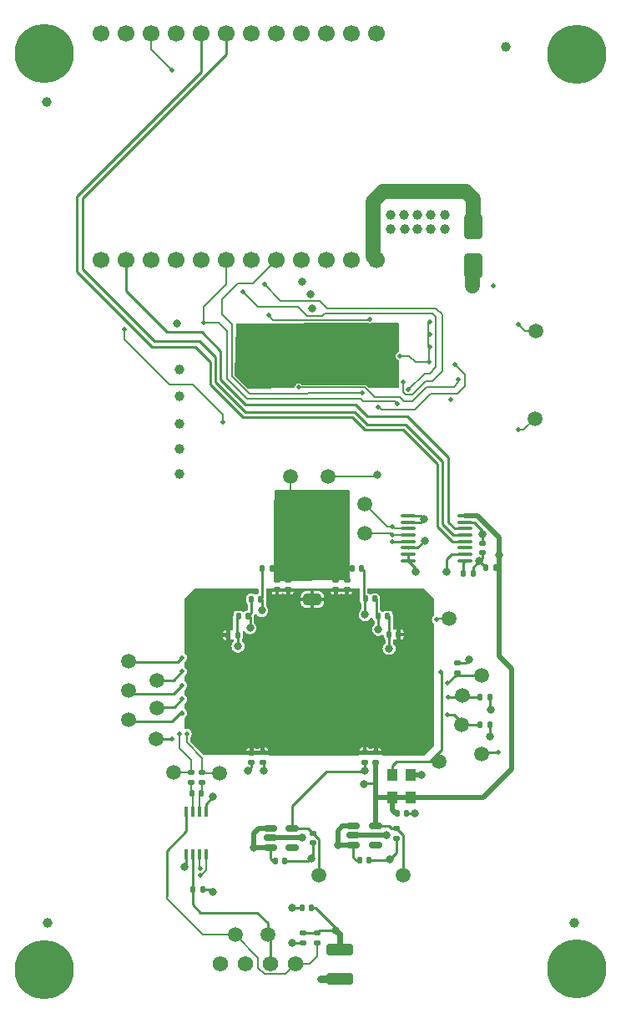
<source format=gtl>
G04 #@! TF.GenerationSoftware,KiCad,Pcbnew,8.0.4*
G04 #@! TF.CreationDate,2024-12-28T01:26:09+01:00*
G04 #@! TF.ProjectId,nerdaxe-gamma,6e657264-6178-4652-9d67-616d6d612e6b,rev?*
G04 #@! TF.SameCoordinates,Original*
G04 #@! TF.FileFunction,Copper,L1,Top*
G04 #@! TF.FilePolarity,Positive*
%FSLAX46Y46*%
G04 Gerber Fmt 4.6, Leading zero omitted, Abs format (unit mm)*
G04 Created by KiCad (PCBNEW 8.0.4) date 2024-12-28 01:26:09*
%MOMM*%
%LPD*%
G01*
G04 APERTURE LIST*
G04 Aperture macros list*
%AMRoundRect*
0 Rectangle with rounded corners*
0 $1 Rounding radius*
0 $2 $3 $4 $5 $6 $7 $8 $9 X,Y pos of 4 corners*
0 Add a 4 corners polygon primitive as box body*
4,1,4,$2,$3,$4,$5,$6,$7,$8,$9,$2,$3,0*
0 Add four circle primitives for the rounded corners*
1,1,$1+$1,$2,$3*
1,1,$1+$1,$4,$5*
1,1,$1+$1,$6,$7*
1,1,$1+$1,$8,$9*
0 Add four rect primitives between the rounded corners*
20,1,$1+$1,$2,$3,$4,$5,0*
20,1,$1+$1,$4,$5,$6,$7,0*
20,1,$1+$1,$6,$7,$8,$9,0*
20,1,$1+$1,$8,$9,$2,$3,0*%
G04 Aperture macros list end*
G04 #@! TA.AperFunction,SMDPad,CuDef*
%ADD10RoundRect,0.250000X-0.650000X1.000000X-0.650000X-1.000000X0.650000X-1.000000X0.650000X1.000000X0*%
G04 #@! TD*
G04 #@! TA.AperFunction,SMDPad,CuDef*
%ADD11C,1.500000*%
G04 #@! TD*
G04 #@! TA.AperFunction,SMDPad,CuDef*
%ADD12RoundRect,0.135000X0.135000X0.185000X-0.135000X0.185000X-0.135000X-0.185000X0.135000X-0.185000X0*%
G04 #@! TD*
G04 #@! TA.AperFunction,SMDPad,CuDef*
%ADD13RoundRect,0.250000X-1.100000X0.325000X-1.100000X-0.325000X1.100000X-0.325000X1.100000X0.325000X0*%
G04 #@! TD*
G04 #@! TA.AperFunction,SMDPad,CuDef*
%ADD14C,1.000000*%
G04 #@! TD*
G04 #@! TA.AperFunction,SMDPad,CuDef*
%ADD15RoundRect,0.140000X0.140000X0.170000X-0.140000X0.170000X-0.140000X-0.170000X0.140000X-0.170000X0*%
G04 #@! TD*
G04 #@! TA.AperFunction,SMDPad,CuDef*
%ADD16RoundRect,0.140000X0.170000X-0.140000X0.170000X0.140000X-0.170000X0.140000X-0.170000X-0.140000X0*%
G04 #@! TD*
G04 #@! TA.AperFunction,SMDPad,CuDef*
%ADD17RoundRect,0.140000X-0.170000X0.140000X-0.170000X-0.140000X0.170000X-0.140000X0.170000X0.140000X0*%
G04 #@! TD*
G04 #@! TA.AperFunction,SMDPad,CuDef*
%ADD18RoundRect,0.135000X-0.185000X0.135000X-0.185000X-0.135000X0.185000X-0.135000X0.185000X0.135000X0*%
G04 #@! TD*
G04 #@! TA.AperFunction,SMDPad,CuDef*
%ADD19RoundRect,0.150000X-0.512500X-0.150000X0.512500X-0.150000X0.512500X0.150000X-0.512500X0.150000X0*%
G04 #@! TD*
G04 #@! TA.AperFunction,SMDPad,CuDef*
%ADD20R,1.100000X1.300000*%
G04 #@! TD*
G04 #@! TA.AperFunction,SMDPad,CuDef*
%ADD21RoundRect,0.140000X-0.140000X-0.170000X0.140000X-0.170000X0.140000X0.170000X-0.140000X0.170000X0*%
G04 #@! TD*
G04 #@! TA.AperFunction,ComponentPad*
%ADD22C,0.800000*%
G04 #@! TD*
G04 #@! TA.AperFunction,ComponentPad*
%ADD23C,6.000000*%
G04 #@! TD*
G04 #@! TA.AperFunction,SMDPad,CuDef*
%ADD24RoundRect,0.250000X-0.650000X0.325000X-0.650000X-0.325000X0.650000X-0.325000X0.650000X0.325000X0*%
G04 #@! TD*
G04 #@! TA.AperFunction,SMDPad,CuDef*
%ADD25RoundRect,0.135000X0.185000X-0.135000X0.185000X0.135000X-0.185000X0.135000X-0.185000X-0.135000X0*%
G04 #@! TD*
G04 #@! TA.AperFunction,SMDPad,CuDef*
%ADD26R,0.400000X1.100000*%
G04 #@! TD*
G04 #@! TA.AperFunction,SMDPad,CuDef*
%ADD27RoundRect,0.100000X-0.637500X-0.100000X0.637500X-0.100000X0.637500X0.100000X-0.637500X0.100000X0*%
G04 #@! TD*
G04 #@! TA.AperFunction,SMDPad,CuDef*
%ADD28RoundRect,0.135000X-0.135000X-0.185000X0.135000X-0.185000X0.135000X0.185000X-0.135000X0.185000X0*%
G04 #@! TD*
G04 #@! TA.AperFunction,ComponentPad*
%ADD29C,1.574800*%
G04 #@! TD*
G04 #@! TA.AperFunction,ComponentPad*
%ADD30C,1.700000*%
G04 #@! TD*
G04 #@! TA.AperFunction,ComponentPad*
%ADD31C,0.400000*%
G04 #@! TD*
G04 #@! TA.AperFunction,ViaPad*
%ADD32C,0.500000*%
G04 #@! TD*
G04 #@! TA.AperFunction,ViaPad*
%ADD33C,0.800000*%
G04 #@! TD*
G04 #@! TA.AperFunction,ViaPad*
%ADD34C,1.000000*%
G04 #@! TD*
G04 #@! TA.AperFunction,Conductor*
%ADD35C,1.500000*%
G04 #@! TD*
G04 #@! TA.AperFunction,Conductor*
%ADD36C,0.200000*%
G04 #@! TD*
G04 #@! TA.AperFunction,Conductor*
%ADD37C,0.254000*%
G04 #@! TD*
G04 #@! TA.AperFunction,Conductor*
%ADD38C,0.508000*%
G04 #@! TD*
G04 #@! TA.AperFunction,Conductor*
%ADD39C,0.800000*%
G04 #@! TD*
G04 #@! TA.AperFunction,Conductor*
%ADD40C,0.600000*%
G04 #@! TD*
G04 APERTURE END LIST*
D10*
X122047000Y-68517000D03*
X122047000Y-72517000D03*
D11*
X128397000Y-79121000D03*
D12*
X122010000Y-103710000D03*
X120990000Y-103710000D03*
D13*
X108458000Y-141781000D03*
X108458000Y-144731000D03*
D11*
X114860000Y-134280000D03*
D14*
X125270000Y-50310000D03*
X132260000Y-139060000D03*
X78850000Y-139070000D03*
D15*
X101570000Y-103154000D03*
X100610000Y-103154000D03*
D11*
X122860000Y-121970000D03*
X120820000Y-119010000D03*
D16*
X100655438Y-122810000D03*
X100655438Y-121850000D03*
D17*
X108072400Y-104360000D03*
X108072400Y-105320000D03*
D18*
X94520000Y-123850000D03*
X94520000Y-124870000D03*
D15*
X99161000Y-108024000D03*
X98201000Y-108024000D03*
D17*
X102110000Y-104360000D03*
X102110000Y-105320000D03*
D19*
X101392500Y-129520000D03*
X101392500Y-130470000D03*
X101392500Y-131420000D03*
X103667500Y-131420000D03*
X103667500Y-129520000D03*
D11*
X110990000Y-96640000D03*
X101144000Y-140268000D03*
X96280000Y-123890000D03*
X97834000Y-140298000D03*
X87080000Y-118492000D03*
X103505000Y-93853000D03*
X128270000Y-88011000D03*
D16*
X99525438Y-122820000D03*
X99525438Y-121860000D03*
X112140000Y-122790000D03*
X112140000Y-121830000D03*
D20*
X115680000Y-126370000D03*
X115680000Y-124070000D03*
X113780000Y-124070000D03*
X113780000Y-126370000D03*
D21*
X101940000Y-132840000D03*
X102900000Y-132840000D03*
D22*
X130250000Y-51120990D03*
X130909010Y-49530000D03*
X130909010Y-52711980D03*
X132500000Y-48870990D03*
D23*
X132500000Y-51120990D03*
D22*
X132500000Y-53370990D03*
X134090990Y-49530000D03*
X134090990Y-52711980D03*
X134750000Y-51120990D03*
D11*
X107315000Y-93853000D03*
D15*
X115270000Y-128010000D03*
X114310000Y-128010000D03*
D14*
X78750000Y-55900000D03*
D11*
X110990000Y-99610000D03*
D12*
X123720000Y-118980000D03*
X122700000Y-118980000D03*
D11*
X91650000Y-123880000D03*
D24*
X105670000Y-103375000D03*
X105670000Y-106325000D03*
D11*
X119550000Y-108280000D03*
X118520000Y-122760000D03*
D25*
X106174000Y-141148000D03*
X106174000Y-140128000D03*
D26*
X94870000Y-127840000D03*
X94220000Y-127840000D03*
X93570000Y-127840000D03*
X92920000Y-127840000D03*
X92920000Y-132140000D03*
X93570000Y-132140000D03*
X94220000Y-132140000D03*
X94870000Y-132140000D03*
D11*
X87080000Y-112616000D03*
D19*
X109843500Y-129279000D03*
X109843500Y-130229000D03*
X109843500Y-131179000D03*
X112118500Y-131179000D03*
X112118500Y-129279000D03*
D22*
X130250000Y-143728000D03*
X130909010Y-142137010D03*
X130909010Y-145318990D03*
X132500000Y-141478000D03*
D23*
X132500000Y-143728000D03*
D22*
X132500000Y-145978000D03*
X134090990Y-142137010D03*
X134090990Y-145318990D03*
X134750000Y-143728000D03*
D17*
X122930000Y-100640000D03*
X122930000Y-101600000D03*
X103240000Y-104360000D03*
X103240000Y-105320000D03*
D18*
X120380000Y-112750000D03*
X120380000Y-113770000D03*
D11*
X122860000Y-113980000D03*
X89860000Y-120480000D03*
D22*
X76250000Y-143855000D03*
X76909010Y-142264010D03*
X76909010Y-145445990D03*
X78500000Y-141605000D03*
D23*
X78500000Y-143855000D03*
D22*
X78500000Y-146105000D03*
X80090990Y-142264010D03*
X80090990Y-145445990D03*
X80750000Y-143855000D03*
D17*
X104734000Y-140138000D03*
X104734000Y-141098000D03*
D15*
X98090000Y-109925000D03*
X97130000Y-109925000D03*
X114410000Y-109860000D03*
X113450000Y-109860000D03*
D27*
X115427500Y-97855000D03*
X115427500Y-98505000D03*
X115427500Y-99155000D03*
X115427500Y-99805000D03*
X115427500Y-100455000D03*
X115427500Y-101105000D03*
X115427500Y-101755000D03*
X115427500Y-102405000D03*
X121152500Y-102405000D03*
X121152500Y-101755000D03*
X121152500Y-101105000D03*
X121152500Y-100455000D03*
X121152500Y-99805000D03*
X121152500Y-99155000D03*
X121152500Y-98505000D03*
X121152500Y-97855000D03*
D28*
X93560000Y-135710000D03*
X94580000Y-135710000D03*
D15*
X112010000Y-106266000D03*
X111050000Y-106266000D03*
D25*
X93380000Y-124870000D03*
X93380000Y-123850000D03*
D21*
X110481000Y-132739000D03*
X111441000Y-132739000D03*
D15*
X124270000Y-103110000D03*
X123310000Y-103110000D03*
D16*
X111000000Y-122790000D03*
X111000000Y-121830000D03*
D22*
X76250000Y-51054000D03*
X76909010Y-49463010D03*
X76909010Y-52644990D03*
X78500000Y-48804000D03*
D23*
X78500000Y-51054000D03*
D22*
X78500000Y-53304000D03*
X80090990Y-49463010D03*
X80090990Y-52644990D03*
X80750000Y-51054000D03*
D17*
X109190000Y-104360000D03*
X109190000Y-105320000D03*
D12*
X123720000Y-116220000D03*
X122700000Y-116220000D03*
D15*
X110695000Y-103146000D03*
X109735000Y-103146000D03*
D11*
X106360000Y-134230000D03*
X120900000Y-116060000D03*
X89890000Y-114520000D03*
D15*
X94440000Y-125940000D03*
X93480000Y-125940000D03*
X113310000Y-108026000D03*
X112350000Y-108026000D03*
X105574000Y-137528000D03*
X104614000Y-137528000D03*
D11*
X87080000Y-115554000D03*
X89890000Y-117310000D03*
D17*
X114240000Y-129540000D03*
X114240000Y-130500000D03*
D15*
X100441000Y-106284000D03*
X99481000Y-106284000D03*
D17*
X105750000Y-129990000D03*
X105750000Y-130950000D03*
D29*
X96382400Y-143240851D03*
X98922400Y-143240851D03*
X101462400Y-143240851D03*
X104002400Y-143240851D03*
D30*
X84250000Y-71942000D03*
X86790000Y-71942000D03*
X89330000Y-71942000D03*
X91870000Y-71942000D03*
X94410000Y-71942000D03*
X96950000Y-71942000D03*
X99490000Y-71942000D03*
X102030000Y-71942000D03*
X104570000Y-71942000D03*
X107110000Y-71942000D03*
X109650000Y-71942000D03*
X112190000Y-71942000D03*
X112190000Y-49022000D03*
X109650000Y-49022000D03*
X107110000Y-49022000D03*
X104570000Y-49022000D03*
X102030000Y-49022000D03*
X99490000Y-49022000D03*
X96950000Y-49022000D03*
X94410000Y-49022000D03*
X91870000Y-49022000D03*
X89330000Y-49022000D03*
X86790000Y-49022000D03*
X84250000Y-49022000D03*
D31*
X109090000Y-82697000D03*
X110490000Y-82697000D03*
X111890000Y-82697000D03*
X108090000Y-81417000D03*
X109090000Y-81417000D03*
X110490000Y-81417000D03*
X111890000Y-81417000D03*
X112890000Y-81417000D03*
X109090000Y-80137000D03*
X110490000Y-80137000D03*
X111890000Y-80137000D03*
D32*
X121920000Y-74549000D03*
D33*
X105610000Y-116830000D03*
X112180000Y-119260000D03*
X113580000Y-132650000D03*
X98050000Y-114260000D03*
X104490000Y-118700000D03*
D34*
X119126000Y-68802000D03*
D33*
X112180000Y-120800000D03*
D32*
X119761000Y-86106000D03*
D33*
X106740000Y-119930000D03*
D34*
X113665000Y-68802000D03*
D33*
X106740000Y-118720000D03*
X104640000Y-130470000D03*
X105540000Y-132550000D03*
D34*
X115005332Y-67405000D03*
D33*
X116770000Y-124080000D03*
X106740000Y-117780000D03*
X104490000Y-117760000D03*
X105630000Y-118700000D03*
D34*
X92202000Y-88519000D03*
D33*
X115260000Y-109040000D03*
X123750000Y-117530000D03*
D34*
X92202000Y-93599000D03*
D33*
X106740000Y-116860000D03*
X105620000Y-82057000D03*
X103604000Y-137538000D03*
X116050000Y-128010000D03*
D34*
X92202000Y-91059000D03*
D33*
X104490000Y-119910000D03*
D34*
X117729000Y-68802000D03*
D33*
X112980000Y-114270000D03*
X105537000Y-75438000D03*
X112280000Y-93737000D03*
X117090000Y-100360000D03*
D34*
X117729000Y-67405000D03*
D33*
X121580000Y-112400000D03*
D34*
X92210000Y-83058000D03*
X113665000Y-67405000D03*
D33*
X122640000Y-102460000D03*
X103604000Y-141088000D03*
X113180000Y-130220000D03*
X119280000Y-103505000D03*
X99370000Y-119240000D03*
D34*
X116372000Y-68805000D03*
X119126000Y-67405000D03*
D33*
X123710000Y-120230000D03*
X96600000Y-108920000D03*
X104490000Y-115746000D03*
X105664000Y-76835000D03*
X103580000Y-80447000D03*
X105610000Y-80457000D03*
X104648000Y-74168000D03*
X98440000Y-121490000D03*
X92680000Y-133370000D03*
D32*
X126619000Y-89154000D03*
X106426000Y-144780000D03*
D33*
X104490000Y-116840000D03*
X99510000Y-80427000D03*
D34*
X115045332Y-68805000D03*
X92202000Y-85725000D03*
D33*
X106740000Y-115766000D03*
X116990000Y-98200000D03*
D34*
X116332000Y-67405000D03*
D33*
X101500000Y-80427000D03*
X105610000Y-78747000D03*
X107569000Y-99060000D03*
X102489000Y-97790000D03*
X105029000Y-101600000D03*
X102489000Y-100330000D03*
D32*
X120523000Y-84074000D03*
X96635000Y-88380000D03*
D33*
X108839000Y-101600000D03*
X106299000Y-100330000D03*
X106299000Y-99060000D03*
X103759000Y-97790000D03*
D32*
X86614000Y-78994000D03*
D33*
X103759000Y-100330000D03*
D32*
X104290000Y-84847000D03*
D33*
X102489000Y-101600000D03*
X103759000Y-102870000D03*
X105029000Y-100330000D03*
X108839000Y-100330000D03*
X102489000Y-99060000D03*
X107569000Y-101600000D03*
X106299000Y-101600000D03*
X107569000Y-102870000D03*
X108839000Y-99060000D03*
X107569000Y-100330000D03*
X105029000Y-97790000D03*
X108839000Y-97790000D03*
X107569000Y-97790000D03*
X103759000Y-101600000D03*
X108839000Y-102870000D03*
X105029000Y-99060000D03*
X102489000Y-102870000D03*
X103759000Y-99060000D03*
X106299000Y-97790000D03*
D32*
X126619000Y-78486000D03*
X124079000Y-74549000D03*
D33*
X108290000Y-131179000D03*
X99710000Y-131420000D03*
X108077000Y-139836400D03*
X91910000Y-78347000D03*
X95550000Y-135970000D03*
X122930000Y-99700000D03*
X95560000Y-126330000D03*
D32*
X94317599Y-134229617D03*
X115443000Y-85090000D03*
X91440000Y-52705000D03*
X98679000Y-75184000D03*
X120142000Y-82550000D03*
X112380000Y-86807000D03*
X111500000Y-77937000D03*
X101250000Y-77567000D03*
X114300000Y-86487000D03*
X94660000Y-78317000D03*
X114935000Y-84328000D03*
X94340000Y-133580000D03*
X100838000Y-74422000D03*
D33*
X100770000Y-123700000D03*
X99180000Y-123710000D03*
D32*
X119430000Y-116250000D03*
X119420000Y-118020000D03*
X124540000Y-121820000D03*
X92180000Y-119960000D03*
X92940000Y-119930000D03*
X117483000Y-82296000D03*
X117602000Y-80772000D03*
X117602000Y-78232000D03*
X114515000Y-81667000D03*
X117602000Y-79502000D03*
X110740000Y-85377000D03*
D33*
X113470000Y-111290000D03*
X110950000Y-124990000D03*
X124600000Y-101830000D03*
X116205000Y-103505000D03*
X110970000Y-123700000D03*
X112390000Y-109350000D03*
X111030000Y-107870000D03*
X100553800Y-107457400D03*
X99360000Y-109210000D03*
X98140000Y-111060000D03*
D32*
X119420000Y-114790000D03*
X113800000Y-98950000D03*
X113770000Y-99770000D03*
X113830000Y-100500000D03*
X118320000Y-108370000D03*
X118740000Y-113660000D03*
X92480000Y-112210000D03*
X92480000Y-113611428D03*
X92480000Y-115012856D03*
X92480000Y-116414284D03*
X92480000Y-117815712D03*
X91400000Y-120430000D03*
D35*
X121920000Y-72644000D02*
X122047000Y-72517000D01*
X121920000Y-74549000D02*
X121920000Y-72644000D01*
X111887000Y-71639000D02*
X112190000Y-71942000D01*
X111887000Y-66040000D02*
X111887000Y-71639000D01*
X122047000Y-65786000D02*
X121285000Y-65024000D01*
X112903000Y-65024000D02*
X111887000Y-66040000D01*
X122047000Y-68517000D02*
X122047000Y-65786000D01*
X121285000Y-65024000D02*
X112903000Y-65024000D01*
D36*
X128270000Y-88011000D02*
X127127000Y-89154000D01*
X127127000Y-89154000D02*
X126619000Y-89154000D01*
D37*
X104734000Y-141098000D02*
X103614000Y-141098000D01*
X123310000Y-103110000D02*
X123290000Y-103110000D01*
X123720000Y-116220000D02*
X123720000Y-117500000D01*
D38*
X115690000Y-124080000D02*
X115680000Y-124070000D01*
D36*
X106475000Y-144731000D02*
X106426000Y-144780000D01*
D37*
X121230000Y-112750000D02*
X121580000Y-112400000D01*
D36*
X112164000Y-93853000D02*
X112280000Y-93737000D01*
D38*
X101392500Y-130470000D02*
X104640000Y-130470000D01*
D37*
X116050000Y-128010000D02*
X115440000Y-128010000D01*
X120380000Y-112750000D02*
X121230000Y-112750000D01*
X116685000Y-98505000D02*
X116990000Y-98200000D01*
X123720000Y-120220000D02*
X123710000Y-120230000D01*
X122010000Y-103710000D02*
X122010000Y-103090000D01*
X123290000Y-103110000D02*
X122640000Y-102460000D01*
X115427500Y-98505000D02*
X116685000Y-98505000D01*
X111441000Y-132739000D02*
X113491000Y-132739000D01*
X102900000Y-132840000D02*
X105250000Y-132840000D01*
D38*
X109852500Y-130220000D02*
X109843500Y-130229000D01*
D37*
X103614000Y-141098000D02*
X103604000Y-141088000D01*
X115427500Y-97855000D02*
X116645000Y-97855000D01*
X115427500Y-101105000D02*
X116345000Y-101105000D01*
X92920000Y-133130000D02*
X92680000Y-133370000D01*
X114240000Y-131990000D02*
X113580000Y-132650000D01*
X123720000Y-118980000D02*
X123720000Y-120220000D01*
X105250000Y-132840000D02*
X105540000Y-132550000D01*
X114240000Y-130500000D02*
X114240000Y-131990000D01*
X113491000Y-132739000D02*
X113580000Y-132650000D01*
X115422500Y-101110000D02*
X115427500Y-101105000D01*
X122930000Y-101600000D02*
X122930000Y-102170000D01*
D36*
X107315000Y-93853000D02*
X112164000Y-93853000D01*
D37*
X122010000Y-103090000D02*
X122640000Y-102460000D01*
X105750000Y-132340000D02*
X105540000Y-132550000D01*
D36*
X109175000Y-105690000D02*
X109060000Y-105690000D01*
D37*
X119280000Y-103505000D02*
X119280000Y-102250000D01*
X104604000Y-137538000D02*
X104614000Y-137528000D01*
X119280000Y-102250000D02*
X119775000Y-101755000D01*
D38*
X113180000Y-130220000D02*
X109852500Y-130220000D01*
D37*
X119775000Y-101755000D02*
X121152500Y-101755000D01*
X116645000Y-97855000D02*
X116990000Y-98200000D01*
X92920000Y-132140000D02*
X92920000Y-133130000D01*
X122930000Y-102170000D02*
X122640000Y-102460000D01*
X105750000Y-130950000D02*
X105750000Y-132340000D01*
D38*
X116770000Y-124080000D02*
X115690000Y-124080000D01*
D39*
X108458000Y-144731000D02*
X106475000Y-144731000D01*
D37*
X123720000Y-117500000D02*
X123750000Y-117530000D01*
X103604000Y-137538000D02*
X104604000Y-137538000D01*
X116345000Y-101105000D02*
X117090000Y-100360000D01*
D36*
X86614000Y-80010000D02*
X86614000Y-78994000D01*
X103505000Y-93853000D02*
X103505000Y-97536000D01*
X114552927Y-85805400D02*
X114980527Y-86233000D01*
X112008400Y-85805400D02*
X114552927Y-85805400D01*
X93599000Y-84582000D02*
X96635000Y-87618000D01*
X91186000Y-84582000D02*
X86614000Y-80010000D01*
X115824000Y-86233000D02*
X117270000Y-84787000D01*
X96635000Y-87618000D02*
X96635000Y-88380000D01*
X117270000Y-84787000D02*
X120064000Y-84787000D01*
X91186000Y-84582000D02*
X93599000Y-84582000D01*
X120523000Y-84328000D02*
X120523000Y-84074000D01*
X104310000Y-84827000D02*
X111030000Y-84827000D01*
X114980527Y-86233000D02*
X115824000Y-86233000D01*
X111030000Y-84827000D02*
X112008400Y-85805400D01*
X103505000Y-97536000D02*
X103759000Y-97790000D01*
X104290000Y-84847000D02*
X104310000Y-84827000D01*
X120064000Y-84787000D02*
X120523000Y-84328000D01*
D40*
X108458000Y-140217400D02*
X108077000Y-139836400D01*
D38*
X99710000Y-130060000D02*
X100250000Y-129520000D01*
D37*
X109843500Y-132443500D02*
X109843500Y-131179000D01*
D38*
X99710000Y-131420000D02*
X99710000Y-130060000D01*
D37*
X106465600Y-139836400D02*
X106174000Y-140128000D01*
X101690000Y-132840000D02*
X101392500Y-132542500D01*
D38*
X99710000Y-131420000D02*
X101392500Y-131420000D01*
D40*
X108458000Y-141781000D02*
X108458000Y-140217400D01*
D37*
X104734000Y-140138000D02*
X106164000Y-140138000D01*
X110481000Y-132739000D02*
X110139000Y-132739000D01*
X106164000Y-140138000D02*
X106174000Y-140128000D01*
D38*
X100250000Y-129520000D02*
X101392500Y-129520000D01*
D37*
X108077000Y-139571000D02*
X106034000Y-137528000D01*
D36*
X127254000Y-79121000D02*
X126619000Y-78486000D01*
D37*
X101392500Y-132542500D02*
X101392500Y-131420000D01*
D38*
X108290000Y-131179000D02*
X108290000Y-129730000D01*
D37*
X106034000Y-137528000D02*
X105574000Y-137528000D01*
X101940000Y-132840000D02*
X101690000Y-132840000D01*
D38*
X108290000Y-129730000D02*
X108741000Y-129279000D01*
D36*
X128397000Y-79121000D02*
X127254000Y-79121000D01*
D37*
X110139000Y-132739000D02*
X109843500Y-132443500D01*
D38*
X108290000Y-131179000D02*
X109843500Y-131179000D01*
X108741000Y-129279000D02*
X109843500Y-129279000D01*
D37*
X108077000Y-139836400D02*
X106465600Y-139836400D01*
X108077000Y-139836400D02*
X108077000Y-139571000D01*
X94870000Y-127840000D02*
X94870000Y-127020000D01*
X122095000Y-98505000D02*
X122930000Y-99340000D01*
X121152500Y-98505000D02*
X122095000Y-98505000D01*
X94870000Y-127020000D02*
X95560000Y-126330000D01*
X95550000Y-135970000D02*
X95290000Y-135710000D01*
X122930000Y-99340000D02*
X122930000Y-99700000D01*
X122930000Y-100640000D02*
X122930000Y-99700000D01*
X95290000Y-135710000D02*
X94580000Y-135710000D01*
X95885000Y-84328000D02*
X98933000Y-87376000D01*
X109982000Y-87376000D02*
X111252000Y-88646000D01*
X82423000Y-65659000D02*
X82423000Y-72898000D01*
X111252000Y-88646000D02*
X115189000Y-88646000D01*
X119998000Y-99805000D02*
X121152500Y-99805000D01*
X118872000Y-98679000D02*
X119998000Y-99805000D01*
X96950000Y-49022000D02*
X96950000Y-51132000D01*
X96950000Y-51132000D02*
X82423000Y-65659000D01*
X115189000Y-88646000D02*
X118872000Y-92329000D01*
X98933000Y-87376000D02*
X109982000Y-87376000D01*
X82423000Y-72898000D02*
X89662000Y-80137000D01*
X95885000Y-81788000D02*
X95885000Y-84328000D01*
X89662000Y-80137000D02*
X94234000Y-80137000D01*
X118872000Y-92329000D02*
X118872000Y-98679000D01*
X94234000Y-80137000D02*
X95885000Y-81788000D01*
X95377000Y-82296000D02*
X95377000Y-84582000D01*
X81788000Y-73152000D02*
X89408000Y-80772000D01*
X110998000Y-89154000D02*
X114935000Y-89154000D01*
X118364000Y-92583000D02*
X118364000Y-98933000D01*
X89408000Y-80772000D02*
X93853000Y-80772000D01*
X81788000Y-65532000D02*
X81788000Y-73152000D01*
X114935000Y-89154000D02*
X118364000Y-92583000D01*
X118364000Y-98933000D02*
X119886000Y-100455000D01*
X95377000Y-84582000D02*
X98679000Y-87884000D01*
X98679000Y-87884000D02*
X109728000Y-87884000D01*
X94410000Y-52910000D02*
X81788000Y-65532000D01*
X94410000Y-49022000D02*
X94410000Y-52910000D01*
X119886000Y-100455000D02*
X121152500Y-100455000D01*
X109728000Y-87884000D02*
X110998000Y-89154000D01*
X93853000Y-80772000D02*
X95377000Y-82296000D01*
X110109000Y-86614000D02*
X98933000Y-86614000D01*
X121152500Y-99155000D02*
X120175000Y-99155000D01*
X86790000Y-75106000D02*
X86790000Y-71942000D01*
X96393000Y-81153000D02*
X94488000Y-79248000D01*
X111252000Y-87757000D02*
X110109000Y-86614000D01*
X120175000Y-99155000D02*
X119507000Y-98487000D01*
X119507000Y-91948000D02*
X115316000Y-87757000D01*
X96393000Y-84074000D02*
X96393000Y-81153000D01*
X94488000Y-79248000D02*
X90932000Y-79248000D01*
X119507000Y-98487000D02*
X119507000Y-91948000D01*
X90932000Y-79248000D02*
X86790000Y-75106000D01*
X98933000Y-86614000D02*
X96393000Y-84074000D01*
X115316000Y-87757000D02*
X111252000Y-87757000D01*
X93570000Y-132140000D02*
X93570000Y-135700000D01*
X101104000Y-140158000D02*
X101462400Y-140516400D01*
X101462400Y-140516400D02*
X101462400Y-143240851D01*
X93560000Y-135710000D02*
X93560000Y-137248000D01*
X100076000Y-138049000D02*
X101144000Y-139117000D01*
X93570000Y-132140000D02*
X93599000Y-132169000D01*
X94361000Y-138049000D02*
X100076000Y-138049000D01*
X101144000Y-139117000D02*
X101144000Y-140268000D01*
X93570000Y-135700000D02*
X93560000Y-135710000D01*
X93560000Y-137248000D02*
X94361000Y-138049000D01*
D36*
X106680000Y-77597000D02*
X105156000Y-77597000D01*
X91440000Y-52705000D02*
X89330000Y-50595000D01*
X94397490Y-134229617D02*
X94317599Y-134229617D01*
X118237000Y-77724000D02*
X117856000Y-77343000D01*
X118237000Y-82804000D02*
X118237000Y-77724000D01*
X105156000Y-77597000D02*
X104267000Y-76708000D01*
X89330000Y-50595000D02*
X89330000Y-49022000D01*
X94870000Y-133757107D02*
X94397490Y-134229617D01*
X117602000Y-83439000D02*
X118237000Y-82804000D01*
X94870000Y-132140000D02*
X94870000Y-133757107D01*
X115443000Y-85090000D02*
X117094000Y-83439000D01*
X117856000Y-77343000D02*
X106934000Y-77343000D01*
X100203000Y-76708000D02*
X98679000Y-75184000D01*
X106934000Y-77343000D02*
X106680000Y-77597000D01*
X117094000Y-83439000D02*
X117602000Y-83439000D01*
X104267000Y-76708000D02*
X100203000Y-76708000D01*
X90900000Y-136620000D02*
X90900000Y-136398000D01*
X97834000Y-140298000D02*
X94578000Y-140298000D01*
X100838000Y-144272000D02*
X102971251Y-144272000D01*
X94578000Y-140298000D02*
X90900000Y-136620000D01*
D37*
X97334000Y-140298000D02*
X97384000Y-140348000D01*
D36*
X100203000Y-143637000D02*
X100838000Y-144272000D01*
X106174000Y-142492000D02*
X105425149Y-143240851D01*
X97834000Y-140298000D02*
X100203000Y-142667000D01*
D37*
X90900000Y-136398000D02*
X90900000Y-131800000D01*
X90900000Y-131800000D02*
X92920000Y-129780000D01*
D36*
X102971251Y-144272000D02*
X104002400Y-143240851D01*
X105425149Y-143240851D02*
X104002400Y-143240851D01*
D37*
X92920000Y-129780000D02*
X92920000Y-127840000D01*
D36*
X100203000Y-142667000D02*
X100203000Y-143637000D01*
X106174000Y-141148000D02*
X106174000Y-142492000D01*
X121158000Y-83566000D02*
X121158000Y-84709000D01*
X120396000Y-85471000D02*
X117729000Y-85471000D01*
X117729000Y-85471000D02*
X116078000Y-87122000D01*
X116078000Y-87122000D02*
X112695000Y-87122000D01*
X120142000Y-82550000D02*
X121158000Y-83566000D01*
X112695000Y-87122000D02*
X112380000Y-86807000D01*
X121158000Y-84709000D02*
X120396000Y-85471000D01*
X111440000Y-77997000D02*
X111500000Y-77937000D01*
X101680000Y-77997000D02*
X111440000Y-77997000D01*
X101250000Y-77567000D02*
X101680000Y-77997000D01*
X97028000Y-79121000D02*
X96224000Y-78317000D01*
X114046000Y-86233000D02*
X110806000Y-86233000D01*
X96224000Y-78317000D02*
X94660000Y-78317000D01*
X110806000Y-86233000D02*
X110552000Y-85979000D01*
X114300000Y-86487000D02*
X114046000Y-86233000D01*
X110552000Y-85979000D02*
X99060000Y-85979000D01*
X99060000Y-85979000D02*
X97028000Y-83947000D01*
X94660000Y-78317000D02*
X94660000Y-76663000D01*
X94660000Y-76663000D02*
X96950000Y-74373000D01*
X96950000Y-74373000D02*
X96950000Y-71942000D01*
X97028000Y-83947000D02*
X97028000Y-79121000D01*
X115189000Y-85598000D02*
X115824000Y-85598000D01*
X118872000Y-77470000D02*
X118237000Y-76835000D01*
X117221000Y-84201000D02*
X117856000Y-84201000D01*
X114935000Y-85344000D02*
X115189000Y-85598000D01*
X118872000Y-83185000D02*
X118872000Y-77470000D01*
X115824000Y-85598000D02*
X117221000Y-84201000D01*
X94220000Y-133460000D02*
X94340000Y-133580000D01*
X117856000Y-84201000D02*
X118872000Y-83185000D01*
X107188000Y-76835000D02*
X106426000Y-76073000D01*
X106426000Y-76073000D02*
X102489000Y-76073000D01*
X94220000Y-132140000D02*
X94220000Y-133460000D01*
X118237000Y-76835000D02*
X107188000Y-76835000D01*
X114935000Y-84328000D02*
X114935000Y-85344000D01*
X102489000Y-76073000D02*
X100838000Y-74422000D01*
D37*
X100770000Y-122924562D02*
X100655438Y-122810000D01*
X100770000Y-123700000D02*
X100770000Y-122924562D01*
X99525438Y-123364562D02*
X99525438Y-122820000D01*
X99180000Y-123710000D02*
X99525438Y-123364562D01*
X119430000Y-116250000D02*
X122670000Y-116250000D01*
X122670000Y-116250000D02*
X122700000Y-116220000D01*
X120100000Y-118020000D02*
X121060000Y-118980000D01*
X121060000Y-118980000D02*
X122700000Y-118980000D01*
X119420000Y-118020000D02*
X120100000Y-118020000D01*
X120990000Y-102567500D02*
X121152500Y-102405000D01*
X120990000Y-103710000D02*
X120990000Y-102567500D01*
X123010000Y-121820000D02*
X122860000Y-121970000D01*
X124540000Y-121820000D02*
X123010000Y-121820000D01*
D36*
X91650000Y-123880000D02*
X93350000Y-123880000D01*
X93350000Y-123880000D02*
X93380000Y-123850000D01*
X92180000Y-119960000D02*
X92180000Y-121400000D01*
X92180000Y-121400000D02*
X93380000Y-122600000D01*
X93380000Y-122600000D02*
X93380000Y-123850000D01*
X96280000Y-123890000D02*
X94560000Y-123890000D01*
X92940000Y-120830000D02*
X94520000Y-122410000D01*
X94560000Y-123890000D02*
X94520000Y-123850000D01*
X92940000Y-119930000D02*
X92940000Y-120830000D01*
X94520000Y-122410000D02*
X94520000Y-123850000D01*
X117475000Y-78359000D02*
X117475000Y-79375000D01*
X117602000Y-78232000D02*
X117475000Y-78359000D01*
X116144000Y-82296000D02*
X115509000Y-81661000D01*
X117475000Y-79629000D02*
X117475000Y-80645000D01*
X117475000Y-80645000D02*
X117602000Y-80772000D01*
X117483000Y-82296000D02*
X116144000Y-82296000D01*
X114521000Y-81661000D02*
X114515000Y-81667000D01*
X115509000Y-81661000D02*
X114521000Y-81661000D01*
X117483000Y-82296000D02*
X117483000Y-80891000D01*
X117483000Y-80891000D02*
X117602000Y-80772000D01*
X117475000Y-79629000D02*
X117602000Y-79502000D01*
X117475000Y-79375000D02*
X117602000Y-79502000D01*
X99677000Y-74295000D02*
X98171000Y-74295000D01*
X98171000Y-74295000D02*
X96520000Y-75946000D01*
X99314000Y-85471000D02*
X105156000Y-85471000D01*
X105156000Y-85471000D02*
X105250000Y-85377000D01*
X102030000Y-71942000D02*
X99677000Y-74295000D01*
X97536000Y-78486000D02*
X97536000Y-83693000D01*
X97536000Y-83693000D02*
X99314000Y-85471000D01*
X96520000Y-77470000D02*
X97536000Y-78486000D01*
X105250000Y-85377000D02*
X110740000Y-85377000D01*
X96520000Y-75946000D02*
X96520000Y-77470000D01*
X94520000Y-125860000D02*
X94440000Y-125940000D01*
X94220000Y-126160000D02*
X94440000Y-125940000D01*
X94220000Y-127840000D02*
X94220000Y-126160000D01*
X94520000Y-124870000D02*
X94520000Y-125860000D01*
X93380000Y-124870000D02*
X93380000Y-125840000D01*
X93380000Y-125840000D02*
X93480000Y-125940000D01*
X93570000Y-127840000D02*
X93570000Y-126030000D01*
X93570000Y-126030000D02*
X93480000Y-125940000D01*
D37*
X113470000Y-109880000D02*
X113450000Y-109860000D01*
X113310000Y-108026000D02*
X113390000Y-108026000D01*
X113470000Y-111290000D02*
X113470000Y-109880000D01*
X113480000Y-109886000D02*
X113480000Y-108026000D01*
D38*
X112140000Y-124170000D02*
X112140000Y-122790000D01*
X112118500Y-126360000D02*
X112128500Y-126370000D01*
X114140000Y-128010000D02*
X113790000Y-127660000D01*
D37*
X114240000Y-129540000D02*
X114860000Y-130160000D01*
X110970000Y-124970000D02*
X111900000Y-124970000D01*
D38*
X112118500Y-124191500D02*
X112118500Y-126360000D01*
X112140000Y-124170000D02*
X112118500Y-124191500D01*
X124600000Y-101830000D02*
X124600000Y-100060000D01*
X124600000Y-100060000D02*
X122395000Y-97855000D01*
D37*
X116205000Y-103505000D02*
X116205000Y-103182500D01*
D38*
X122395000Y-97855000D02*
X121152500Y-97855000D01*
X113790000Y-127660000D02*
X113790000Y-126380000D01*
X124600000Y-112040000D02*
X124600000Y-101830000D01*
D37*
X114240000Y-129540000D02*
X113720000Y-129540000D01*
X114860000Y-130160000D02*
X114860000Y-134280000D01*
D38*
X113790000Y-126380000D02*
X113780000Y-126370000D01*
X112128500Y-126370000D02*
X113780000Y-126370000D01*
D37*
X113459000Y-129279000D02*
X112118500Y-129279000D01*
D38*
X125900000Y-113340000D02*
X124600000Y-112040000D01*
D37*
X111900000Y-124970000D02*
X112140000Y-124730000D01*
D38*
X125900000Y-123480000D02*
X125900000Y-113340000D01*
X122980000Y-126400000D02*
X125900000Y-123480000D01*
D37*
X110950000Y-124990000D02*
X110970000Y-124970000D01*
X113720000Y-129540000D02*
X113459000Y-129279000D01*
D38*
X112118500Y-126360000D02*
X112118500Y-129279000D01*
X114220000Y-126400000D02*
X122980000Y-126400000D01*
D37*
X115427500Y-101755000D02*
X115427500Y-102405000D01*
X116205000Y-103182500D02*
X115427500Y-102405000D01*
X103667500Y-129520000D02*
X103667500Y-127202500D01*
X110970000Y-123700000D02*
X110970000Y-123440000D01*
X103667500Y-127202500D02*
X107100000Y-123770000D01*
X105750000Y-129990000D02*
X106360000Y-130600000D01*
X105750000Y-129990000D02*
X105280000Y-129520000D01*
X106360000Y-130600000D02*
X106360000Y-134230000D01*
X107100000Y-123770000D02*
X110900000Y-123770000D01*
X111000000Y-123410000D02*
X111000000Y-122790000D01*
X110970000Y-123440000D02*
X111000000Y-123410000D01*
X110900000Y-123770000D02*
X110970000Y-123700000D01*
X105280000Y-129520000D02*
X103667500Y-129520000D01*
X112390000Y-108236000D02*
X112180000Y-108026000D01*
X112180000Y-108026000D02*
X112180000Y-106266000D01*
X112390000Y-109350000D02*
X112390000Y-108236000D01*
X111990000Y-106246000D02*
X112010000Y-106266000D01*
X111030000Y-106286000D02*
X111050000Y-106266000D01*
X110890000Y-103341000D02*
X110695000Y-103146000D01*
X111030000Y-107870000D02*
X111030000Y-106286000D01*
X110890000Y-106106000D02*
X110890000Y-103341000D01*
X111050000Y-106266000D02*
X110890000Y-106106000D01*
X100611000Y-107400200D02*
X100611000Y-106284000D01*
X100553800Y-107457400D02*
X100611000Y-107400200D01*
X100600000Y-106125000D02*
X100441000Y-106284000D01*
X100600000Y-103164000D02*
X100600000Y-106125000D01*
X100610000Y-103154000D02*
X100600000Y-103164000D01*
X99481000Y-107704000D02*
X99161000Y-108024000D01*
X99360000Y-109210000D02*
X99360000Y-108053000D01*
X99481000Y-106284000D02*
X99481000Y-107704000D01*
X99360000Y-108053000D02*
X99331000Y-108024000D01*
X98081000Y-109974000D02*
X98031000Y-109924000D01*
X98140000Y-109975000D02*
X98125000Y-109960000D01*
X98031000Y-109924000D02*
X98031000Y-108024000D01*
X98140000Y-111060000D02*
X98140000Y-109975000D01*
X119420000Y-114790000D02*
X120230000Y-113980000D01*
X120230000Y-113980000D02*
X122860000Y-113980000D01*
D36*
X113800000Y-98950000D02*
X113300000Y-98950000D01*
D37*
X113800000Y-98950000D02*
X113670000Y-98950000D01*
D36*
X114005000Y-99155000D02*
X113800000Y-98950000D01*
X115427500Y-99155000D02*
X114005000Y-99155000D01*
X113300000Y-98950000D02*
X110990000Y-96640000D01*
X113805000Y-99805000D02*
X113770000Y-99770000D01*
X113770000Y-99770000D02*
X113610000Y-99610000D01*
X115427500Y-99805000D02*
X113805000Y-99805000D01*
X113610000Y-99610000D02*
X110990000Y-99610000D01*
D37*
X115427500Y-100455000D02*
X113875000Y-100455000D01*
D36*
X118410000Y-108280000D02*
X118320000Y-108370000D01*
D37*
X113875000Y-100455000D02*
X113830000Y-100500000D01*
X115383100Y-100499400D02*
X115427500Y-100455000D01*
D36*
X119550000Y-108280000D02*
X118410000Y-108280000D01*
D37*
X118740000Y-113660000D02*
X118760000Y-113680000D01*
X113790000Y-123140000D02*
X113790000Y-124060000D01*
X114230000Y-122700000D02*
X113790000Y-123140000D01*
X118760000Y-113680000D02*
X118760000Y-121550000D01*
X117610000Y-122700000D02*
X114230000Y-122700000D01*
X118760000Y-121550000D02*
X117610000Y-122700000D01*
X113790000Y-124060000D02*
X113780000Y-124070000D01*
X92480000Y-112210000D02*
X92060000Y-112630000D01*
X92060000Y-112630000D02*
X87325600Y-112630000D01*
X87325600Y-112630000D02*
X87025800Y-112929800D01*
X92480000Y-113611428D02*
X91571428Y-114520000D01*
X91571428Y-114520000D02*
X89900000Y-114520000D01*
X87481400Y-115900000D02*
X87127400Y-115546000D01*
X91592856Y-115900000D02*
X87481400Y-115900000D01*
X92480000Y-115012856D02*
X91592856Y-115900000D01*
X91684284Y-117210000D02*
X89860000Y-117210000D01*
X92480000Y-116414284D02*
X91684284Y-117210000D01*
X87430000Y-118700000D02*
X87110000Y-118380000D01*
X92304288Y-117815712D02*
X91420000Y-118700000D01*
X92560000Y-117895712D02*
X92480000Y-117815712D01*
X92480000Y-117815712D02*
X92304288Y-117815712D01*
X91420000Y-118700000D02*
X87430000Y-118700000D01*
X91400000Y-120430000D02*
X89910000Y-120430000D01*
X89910000Y-120430000D02*
X89860000Y-120480000D01*
G04 #@! TA.AperFunction,Conductor*
G36*
X114451524Y-78346790D02*
G01*
X114497374Y-78399512D01*
X114508666Y-78452544D01*
X114479872Y-81163277D01*
X114459476Y-81230104D01*
X114406189Y-81275295D01*
X114394202Y-81279889D01*
X114389701Y-81281351D01*
X114335463Y-81308986D01*
X114276658Y-81338950D01*
X114276657Y-81338951D01*
X114276652Y-81338954D01*
X114186954Y-81428652D01*
X114186951Y-81428657D01*
X114129352Y-81541698D01*
X114129352Y-81541699D01*
X114109508Y-81666996D01*
X114109508Y-81667003D01*
X114129352Y-81792300D01*
X114129352Y-81792301D01*
X114129354Y-81792304D01*
X114186950Y-81905342D01*
X114186952Y-81905344D01*
X114186954Y-81905347D01*
X114276652Y-81995045D01*
X114276654Y-81995046D01*
X114276658Y-81995050D01*
X114389696Y-82052646D01*
X114389698Y-82052646D01*
X114398392Y-82057076D01*
X114396979Y-82059847D01*
X114441181Y-82090071D01*
X114468379Y-82154430D01*
X114469180Y-82169882D01*
X114441300Y-84794537D01*
X114420904Y-84861364D01*
X114367617Y-84906555D01*
X114317531Y-84917220D01*
X111462766Y-84922367D01*
X111395691Y-84902803D01*
X111374861Y-84886048D01*
X111144481Y-84655668D01*
X111070201Y-84624900D01*
X111070200Y-84624900D01*
X104685655Y-84624900D01*
X104618616Y-84605215D01*
X104597974Y-84588581D01*
X104528347Y-84518954D01*
X104528344Y-84518952D01*
X104528342Y-84518950D01*
X104415304Y-84461354D01*
X104415303Y-84461353D01*
X104415300Y-84461352D01*
X104290003Y-84441508D01*
X104289997Y-84441508D01*
X104164699Y-84461352D01*
X104164698Y-84461352D01*
X104089337Y-84499751D01*
X104051658Y-84518950D01*
X104051657Y-84518951D01*
X104051652Y-84518954D01*
X103961954Y-84608652D01*
X103961951Y-84608657D01*
X103961950Y-84608658D01*
X103952314Y-84627570D01*
X103904352Y-84721698D01*
X103904352Y-84721699D01*
X103886939Y-84831643D01*
X103857010Y-84894778D01*
X103797698Y-84931709D01*
X103764690Y-84936245D01*
X99125009Y-84944610D01*
X99057934Y-84925046D01*
X99037104Y-84908291D01*
X97862016Y-83733203D01*
X97828531Y-83671880D01*
X97825722Y-83643087D01*
X97927606Y-78478332D01*
X97948609Y-78411696D01*
X98002305Y-78366992D01*
X98051355Y-78356780D01*
X111427439Y-78332577D01*
X111447023Y-78334101D01*
X111500000Y-78342492D01*
X111554640Y-78333837D01*
X111573791Y-78332312D01*
X114384449Y-78327227D01*
X114451524Y-78346790D01*
G37*
G04 #@! TD.AperFunction*
G04 #@! TA.AperFunction,Conductor*
G36*
X109416381Y-95270002D02*
G01*
X109462874Y-95323658D01*
X109474260Y-95375739D01*
X109477707Y-97040138D01*
X109493098Y-100644551D01*
X109508527Y-104257571D01*
X109488816Y-104325777D01*
X109435359Y-104372498D01*
X109383453Y-104384106D01*
X101897273Y-104439065D01*
X101829007Y-104419563D01*
X101782122Y-104366250D01*
X101770348Y-104312723D01*
X101770499Y-104257571D01*
X101789994Y-97131912D01*
X101790066Y-97128055D01*
X101849857Y-95371713D01*
X101872165Y-95304312D01*
X101927372Y-95259672D01*
X101975784Y-95250000D01*
X109348260Y-95250000D01*
X109416381Y-95270002D01*
G37*
G04 #@! TD.AperFunction*
G04 #@! TA.AperFunction,Conductor*
G36*
X117025706Y-105210463D02*
G01*
X117046342Y-105227061D01*
X117462911Y-105642809D01*
X117974836Y-106153726D01*
X118008381Y-106215016D01*
X118011241Y-106241348D01*
X118013216Y-107913366D01*
X117993611Y-107980428D01*
X117982930Y-107994714D01*
X117894623Y-108096627D01*
X117894622Y-108096628D01*
X117834834Y-108227543D01*
X117814353Y-108370000D01*
X117834834Y-108512456D01*
X117877931Y-108606823D01*
X117894623Y-108643373D01*
X117984009Y-108746531D01*
X118013034Y-108810086D01*
X118014296Y-108827587D01*
X118028758Y-121068567D01*
X118009153Y-121135629D01*
X117992456Y-121156377D01*
X117066362Y-122082832D01*
X117005046Y-122116329D01*
X116978566Y-122119168D01*
X112825776Y-122115883D01*
X112758752Y-122096145D01*
X112731584Y-122072415D01*
X112695358Y-122030000D01*
X110444643Y-122030000D01*
X110410112Y-122070430D01*
X110351604Y-122108623D01*
X110315724Y-122113898D01*
X101316358Y-122106781D01*
X101249334Y-122087043D01*
X101222165Y-122063312D01*
X101210796Y-122050000D01*
X100106558Y-122050000D01*
X100093434Y-122057166D01*
X100067076Y-122060000D01*
X98970080Y-122060000D01*
X98968899Y-122061383D01*
X98910391Y-122099575D01*
X98874512Y-122104850D01*
X94758540Y-122101595D01*
X94691516Y-122081857D01*
X94670957Y-122065276D01*
X94265681Y-121660000D01*
X98970080Y-121660000D01*
X99325438Y-121660000D01*
X99325438Y-121330000D01*
X99725438Y-121330000D01*
X99725438Y-121660000D01*
X100074318Y-121660000D01*
X100087442Y-121652834D01*
X100113800Y-121650000D01*
X100455438Y-121650000D01*
X100855438Y-121650000D01*
X101210795Y-121650000D01*
X101210794Y-121649999D01*
X101207627Y-121630000D01*
X110444642Y-121630000D01*
X110800000Y-121630000D01*
X111200000Y-121630000D01*
X111940000Y-121630000D01*
X112340000Y-121630000D01*
X112695357Y-121630000D01*
X112695356Y-121629999D01*
X112685534Y-121567982D01*
X112629447Y-121457906D01*
X112629444Y-121457901D01*
X112542098Y-121370555D01*
X112542093Y-121370551D01*
X112432015Y-121314463D01*
X112340691Y-121300000D01*
X112340000Y-121300000D01*
X112340000Y-121630000D01*
X111940000Y-121630000D01*
X111940000Y-121300000D01*
X111939310Y-121300001D01*
X111847982Y-121314465D01*
X111737906Y-121370552D01*
X111737901Y-121370555D01*
X111657681Y-121450776D01*
X111596358Y-121484261D01*
X111526666Y-121479277D01*
X111482319Y-121450776D01*
X111402098Y-121370555D01*
X111402093Y-121370551D01*
X111292015Y-121314463D01*
X111200691Y-121300000D01*
X111200000Y-121300000D01*
X111200000Y-121630000D01*
X110800000Y-121630000D01*
X110800000Y-121300000D01*
X110799310Y-121300001D01*
X110707982Y-121314465D01*
X110597906Y-121370552D01*
X110597901Y-121370555D01*
X110510555Y-121457901D01*
X110510551Y-121457906D01*
X110454463Y-121567983D01*
X110444642Y-121630000D01*
X101207627Y-121630000D01*
X101200972Y-121587982D01*
X101144885Y-121477906D01*
X101144882Y-121477901D01*
X101057536Y-121390555D01*
X101057531Y-121390551D01*
X100947453Y-121334463D01*
X100856129Y-121320000D01*
X100855438Y-121320000D01*
X100855438Y-121650000D01*
X100455438Y-121650000D01*
X100455438Y-121320000D01*
X100454748Y-121320001D01*
X100363420Y-121334465D01*
X100253344Y-121390552D01*
X100253339Y-121390555D01*
X100173119Y-121470776D01*
X100111796Y-121504261D01*
X100042104Y-121499277D01*
X99997757Y-121470776D01*
X99927536Y-121400555D01*
X99927531Y-121400551D01*
X99817453Y-121344463D01*
X99726129Y-121330000D01*
X99725438Y-121330000D01*
X99325438Y-121330000D01*
X99324748Y-121330001D01*
X99233420Y-121344465D01*
X99123344Y-121400552D01*
X99123339Y-121400555D01*
X99035993Y-121487901D01*
X99035989Y-121487906D01*
X98979901Y-121597983D01*
X98970080Y-121660000D01*
X94265681Y-121660000D01*
X94009971Y-121404290D01*
X93326819Y-120721137D01*
X93293334Y-120659814D01*
X93290500Y-120633456D01*
X93290500Y-120336035D01*
X93310185Y-120268996D01*
X93320782Y-120254837D01*
X93365377Y-120203373D01*
X93425165Y-120072457D01*
X93445647Y-119930000D01*
X93425165Y-119787543D01*
X93365377Y-119656627D01*
X93271128Y-119547857D01*
X93150053Y-119470047D01*
X93150051Y-119470046D01*
X93150049Y-119470045D01*
X93150050Y-119470045D01*
X93011963Y-119429500D01*
X93011961Y-119429500D01*
X92868039Y-119429500D01*
X92864000Y-119429500D01*
X92796961Y-119409815D01*
X92751206Y-119357011D01*
X92740000Y-119305500D01*
X92740000Y-118311275D01*
X92759685Y-118244236D01*
X92796962Y-118206959D01*
X92798155Y-118206191D01*
X92811128Y-118197855D01*
X92905377Y-118089085D01*
X92965165Y-117958169D01*
X92985647Y-117815712D01*
X92965165Y-117673255D01*
X92905377Y-117542339D01*
X92905375Y-117542337D01*
X92905374Y-117542334D01*
X92811133Y-117433574D01*
X92811129Y-117433571D01*
X92811128Y-117433569D01*
X92811126Y-117433567D01*
X92811122Y-117433564D01*
X92796958Y-117424461D01*
X92751204Y-117371656D01*
X92740000Y-117320148D01*
X92740000Y-116909847D01*
X92759685Y-116842808D01*
X92796962Y-116805531D01*
X92798155Y-116804763D01*
X92811128Y-116796427D01*
X92905377Y-116687657D01*
X92965165Y-116556741D01*
X92985647Y-116414284D01*
X92965165Y-116271827D01*
X92905377Y-116140911D01*
X92905375Y-116140909D01*
X92905374Y-116140906D01*
X92811133Y-116032146D01*
X92811129Y-116032143D01*
X92811128Y-116032141D01*
X92811126Y-116032139D01*
X92811122Y-116032136D01*
X92796958Y-116023033D01*
X92751204Y-115970228D01*
X92740000Y-115918720D01*
X92740000Y-115508419D01*
X92759685Y-115441380D01*
X92796962Y-115404103D01*
X92798155Y-115403335D01*
X92811128Y-115394999D01*
X92905377Y-115286229D01*
X92965165Y-115155313D01*
X92985647Y-115012856D01*
X92965165Y-114870399D01*
X92905377Y-114739483D01*
X92905375Y-114739481D01*
X92905374Y-114739478D01*
X92811133Y-114630718D01*
X92811129Y-114630715D01*
X92811128Y-114630713D01*
X92811126Y-114630711D01*
X92811122Y-114630708D01*
X92796958Y-114621605D01*
X92751204Y-114568800D01*
X92740000Y-114517292D01*
X92740000Y-114106991D01*
X92759685Y-114039952D01*
X92796962Y-114002675D01*
X92798155Y-114001907D01*
X92811128Y-113993571D01*
X92905377Y-113884801D01*
X92965165Y-113753885D01*
X92985647Y-113611428D01*
X92965165Y-113468971D01*
X92905377Y-113338055D01*
X92905375Y-113338053D01*
X92905374Y-113338050D01*
X92811133Y-113229290D01*
X92811129Y-113229287D01*
X92811128Y-113229285D01*
X92811126Y-113229283D01*
X92811122Y-113229280D01*
X92796958Y-113220177D01*
X92751204Y-113167372D01*
X92740000Y-113115864D01*
X92740000Y-112705563D01*
X92759685Y-112638524D01*
X92796962Y-112601247D01*
X92798155Y-112600479D01*
X92811128Y-112592143D01*
X92905377Y-112483373D01*
X92965165Y-112352457D01*
X92985647Y-112210000D01*
X92965165Y-112067543D01*
X92905377Y-111936627D01*
X92905375Y-111936625D01*
X92905374Y-111936622D01*
X92811133Y-111827862D01*
X92811129Y-111827859D01*
X92811128Y-111827857D01*
X92811126Y-111827855D01*
X92811122Y-111827852D01*
X92796958Y-111818749D01*
X92751204Y-111765944D01*
X92740000Y-111714436D01*
X92740000Y-110125689D01*
X96600001Y-110125689D01*
X96614465Y-110217017D01*
X96670552Y-110327093D01*
X96670555Y-110327098D01*
X96757901Y-110414444D01*
X96757906Y-110414447D01*
X96867982Y-110470534D01*
X96929999Y-110480356D01*
X96930000Y-110480356D01*
X96930000Y-110125000D01*
X96600001Y-110125000D01*
X96600001Y-110125689D01*
X92740000Y-110125689D01*
X92740000Y-109724308D01*
X96600000Y-109724308D01*
X96600000Y-109725000D01*
X96930000Y-109725000D01*
X96930000Y-109369641D01*
X96867983Y-109379463D01*
X96757906Y-109435551D01*
X96757901Y-109435555D01*
X96670555Y-109522901D01*
X96670551Y-109522906D01*
X96614463Y-109632984D01*
X96600000Y-109724308D01*
X92740000Y-109724308D01*
X92740000Y-106261334D01*
X92759685Y-106194295D01*
X92776284Y-106173687D01*
X92794257Y-106155700D01*
X93703717Y-105245520D01*
X93765026Y-105212012D01*
X93791330Y-105209168D01*
X100098406Y-105204176D01*
X100165457Y-105223807D01*
X100211254Y-105276574D01*
X100222500Y-105328175D01*
X100222500Y-105639742D01*
X100202815Y-105706781D01*
X100154795Y-105750226D01*
X100068612Y-105794138D01*
X100068603Y-105794145D01*
X100048681Y-105814068D01*
X99987358Y-105847553D01*
X99917666Y-105842569D01*
X99873319Y-105814068D01*
X99853396Y-105794145D01*
X99853393Y-105794143D01*
X99853391Y-105794141D01*
X99743175Y-105737983D01*
X99743174Y-105737982D01*
X99743171Y-105737981D01*
X99651735Y-105723500D01*
X99310260Y-105723500D01*
X99310260Y-105723501D01*
X99218829Y-105737981D01*
X99218828Y-105737981D01*
X99108607Y-105794142D01*
X99108603Y-105794145D01*
X99021145Y-105881603D01*
X99021142Y-105881608D01*
X98964981Y-105991827D01*
X98964981Y-105991828D01*
X98950500Y-106083264D01*
X98950500Y-106484739D01*
X98964981Y-106576170D01*
X98964981Y-106576171D01*
X98964982Y-106576174D01*
X98964983Y-106576175D01*
X98991828Y-106628862D01*
X99021142Y-106686392D01*
X99021144Y-106686395D01*
X99067180Y-106732430D01*
X99100666Y-106793753D01*
X99103500Y-106820112D01*
X99103500Y-107339964D01*
X99083815Y-107407003D01*
X99031011Y-107452758D01*
X98994976Y-107462095D01*
X98995078Y-107462738D01*
X98898829Y-107477981D01*
X98898828Y-107477981D01*
X98788607Y-107534142D01*
X98788603Y-107534145D01*
X98768681Y-107554068D01*
X98707358Y-107587553D01*
X98637666Y-107582569D01*
X98593319Y-107554068D01*
X98573396Y-107534145D01*
X98573393Y-107534143D01*
X98573391Y-107534141D01*
X98463175Y-107477983D01*
X98463174Y-107477982D01*
X98463171Y-107477981D01*
X98371735Y-107463500D01*
X98030260Y-107463500D01*
X98030260Y-107463501D01*
X97938829Y-107477981D01*
X97938828Y-107477981D01*
X97828607Y-107534142D01*
X97828603Y-107534145D01*
X97741145Y-107621603D01*
X97741142Y-107621608D01*
X97684981Y-107731827D01*
X97684981Y-107731828D01*
X97670500Y-107823264D01*
X97670500Y-107894530D01*
X97666275Y-107926622D01*
X97653500Y-107974299D01*
X97653500Y-109310347D01*
X97633815Y-109377386D01*
X97581011Y-109423141D01*
X97511853Y-109433085D01*
X97473205Y-109420832D01*
X97392016Y-109379463D01*
X97330000Y-109369641D01*
X97330000Y-110480356D01*
X97392017Y-110470534D01*
X97502093Y-110414447D01*
X97521963Y-110394578D01*
X97583286Y-110361092D01*
X97652977Y-110366075D01*
X97697331Y-110394581D01*
X97704159Y-110401409D01*
X97737639Y-110462735D01*
X97732650Y-110532426D01*
X97698698Y-110581899D01*
X97649518Y-110625468D01*
X97559781Y-110755475D01*
X97559780Y-110755476D01*
X97503762Y-110903181D01*
X97484722Y-111059999D01*
X97484722Y-111060000D01*
X97503762Y-111216818D01*
X97531517Y-111290000D01*
X97559780Y-111364523D01*
X97649517Y-111494530D01*
X97767760Y-111599283D01*
X97767762Y-111599284D01*
X97907634Y-111672696D01*
X98061014Y-111710500D01*
X98061015Y-111710500D01*
X98218985Y-111710500D01*
X98372365Y-111672696D01*
X98512240Y-111599283D01*
X98630483Y-111494530D01*
X98720220Y-111364523D01*
X98776237Y-111216818D01*
X98795278Y-111060000D01*
X98776237Y-110903182D01*
X98720220Y-110755477D01*
X98630483Y-110625470D01*
X98630481Y-110625468D01*
X98559273Y-110562383D01*
X98522146Y-110503194D01*
X98517500Y-110469568D01*
X98517500Y-110411112D01*
X98537185Y-110344073D01*
X98544210Y-110335355D01*
X98544120Y-110335290D01*
X98549851Y-110327398D01*
X98549859Y-110327391D01*
X98606017Y-110217175D01*
X98606017Y-110217173D01*
X98606018Y-110217172D01*
X98606018Y-110217171D01*
X98616312Y-110152175D01*
X98620500Y-110125735D01*
X98620499Y-109724266D01*
X98620499Y-109724265D01*
X98620499Y-109724260D01*
X98615282Y-109691321D01*
X98624237Y-109622028D01*
X98669233Y-109568576D01*
X98735985Y-109547937D01*
X98803298Y-109566662D01*
X98839805Y-109601485D01*
X98869514Y-109644527D01*
X98869516Y-109644529D01*
X98869517Y-109644530D01*
X98987760Y-109749283D01*
X98987762Y-109749284D01*
X99127634Y-109822696D01*
X99281014Y-109860500D01*
X99281015Y-109860500D01*
X99438985Y-109860500D01*
X99592365Y-109822696D01*
X99665087Y-109784528D01*
X99732240Y-109749283D01*
X99850483Y-109644530D01*
X99940220Y-109514523D01*
X99996237Y-109366818D01*
X100015278Y-109210000D01*
X99996237Y-109053182D01*
X99940220Y-108905477D01*
X99850483Y-108775470D01*
X99850481Y-108775468D01*
X99779273Y-108712383D01*
X99742146Y-108653194D01*
X99737500Y-108619568D01*
X99737500Y-108032728D01*
X99757185Y-107965689D01*
X99773822Y-107945044D01*
X99783074Y-107935792D01*
X99787215Y-107928620D01*
X99821059Y-107870000D01*
X99826460Y-107860644D01*
X99877026Y-107812430D01*
X99945633Y-107799206D01*
X100010498Y-107825174D01*
X100035896Y-107852204D01*
X100063317Y-107891930D01*
X100181560Y-107996683D01*
X100181562Y-107996684D01*
X100321434Y-108070096D01*
X100474814Y-108107900D01*
X100474815Y-108107900D01*
X100632785Y-108107900D01*
X100786165Y-108070096D01*
X100796278Y-108064788D01*
X100926040Y-107996683D01*
X101044283Y-107891930D01*
X101134020Y-107761923D01*
X101190037Y-107614218D01*
X101209078Y-107457400D01*
X101207708Y-107446112D01*
X101190037Y-107300581D01*
X101168792Y-107244564D01*
X101134020Y-107152877D01*
X101044283Y-107022870D01*
X101044282Y-107022869D01*
X101030271Y-107010456D01*
X100993146Y-106951266D01*
X100988500Y-106917642D01*
X100988500Y-106697844D01*
X104520000Y-106697844D01*
X104526401Y-106757372D01*
X104526403Y-106757379D01*
X104576645Y-106892086D01*
X104576649Y-106892093D01*
X104662809Y-107007187D01*
X104662812Y-107007190D01*
X104777906Y-107093350D01*
X104777913Y-107093354D01*
X104912620Y-107143596D01*
X104912627Y-107143598D01*
X104972155Y-107149999D01*
X104972172Y-107150000D01*
X105470000Y-107150000D01*
X105870000Y-107150000D01*
X106367828Y-107150000D01*
X106367844Y-107149999D01*
X106427372Y-107143598D01*
X106427379Y-107143596D01*
X106562086Y-107093354D01*
X106562093Y-107093350D01*
X106677187Y-107007190D01*
X106677190Y-107007187D01*
X106763350Y-106892093D01*
X106763354Y-106892086D01*
X106813596Y-106757379D01*
X106813598Y-106757372D01*
X106819999Y-106697844D01*
X106820000Y-106697827D01*
X106820000Y-106525000D01*
X105870000Y-106525000D01*
X105870000Y-107150000D01*
X105470000Y-107150000D01*
X105470000Y-106525000D01*
X104520000Y-106525000D01*
X104520000Y-106697844D01*
X100988500Y-106697844D01*
X100988500Y-106234303D01*
X100988500Y-106234301D01*
X100981724Y-106209015D01*
X100977500Y-106176925D01*
X100977500Y-105952155D01*
X104520000Y-105952155D01*
X104520000Y-106125000D01*
X105470000Y-106125000D01*
X105870000Y-106125000D01*
X106820000Y-106125000D01*
X106820000Y-105952172D01*
X106819999Y-105952155D01*
X106813598Y-105892627D01*
X106813596Y-105892620D01*
X106763354Y-105757913D01*
X106763350Y-105757906D01*
X106677190Y-105642812D01*
X106677187Y-105642809D01*
X106562093Y-105556649D01*
X106562086Y-105556645D01*
X106463835Y-105520000D01*
X107517043Y-105520000D01*
X107526865Y-105582017D01*
X107582952Y-105692093D01*
X107582955Y-105692098D01*
X107670301Y-105779444D01*
X107670306Y-105779448D01*
X107780384Y-105835536D01*
X107871703Y-105849999D01*
X108272400Y-105849999D01*
X108273089Y-105849999D01*
X108364417Y-105835534D01*
X108474493Y-105779447D01*
X108474498Y-105779444D01*
X108543519Y-105710424D01*
X108604842Y-105676939D01*
X108674534Y-105681923D01*
X108718881Y-105710424D01*
X108787901Y-105779444D01*
X108787906Y-105779448D01*
X108897984Y-105835536D01*
X108989303Y-105849999D01*
X109390000Y-105849999D01*
X109390689Y-105849999D01*
X109482017Y-105835534D01*
X109592093Y-105779447D01*
X109592098Y-105779444D01*
X109679444Y-105692098D01*
X109679448Y-105692093D01*
X109735536Y-105582016D01*
X109745358Y-105520000D01*
X109390000Y-105520000D01*
X109390000Y-105849999D01*
X108989303Y-105849999D01*
X108989999Y-105849998D01*
X108990000Y-105849998D01*
X108990000Y-105520000D01*
X108272400Y-105520000D01*
X108272400Y-105849999D01*
X107871703Y-105849999D01*
X107872399Y-105849998D01*
X107872400Y-105849998D01*
X107872400Y-105520000D01*
X107517043Y-105520000D01*
X106463835Y-105520000D01*
X106427379Y-105506403D01*
X106427372Y-105506401D01*
X106367844Y-105500000D01*
X105870000Y-105500000D01*
X105870000Y-106125000D01*
X105470000Y-106125000D01*
X105470000Y-105500000D01*
X104972155Y-105500000D01*
X104912627Y-105506401D01*
X104912620Y-105506403D01*
X104777913Y-105556645D01*
X104777906Y-105556649D01*
X104662812Y-105642809D01*
X104662809Y-105642812D01*
X104576649Y-105757906D01*
X104576645Y-105757913D01*
X104526403Y-105892620D01*
X104526401Y-105892627D01*
X104520000Y-105952155D01*
X100977500Y-105952155D01*
X100977500Y-105520000D01*
X101554643Y-105520000D01*
X101564465Y-105582017D01*
X101620552Y-105692093D01*
X101620555Y-105692098D01*
X101707901Y-105779444D01*
X101707906Y-105779448D01*
X101817984Y-105835536D01*
X101909303Y-105849999D01*
X102310000Y-105849999D01*
X102310689Y-105849999D01*
X102402017Y-105835534D01*
X102512093Y-105779447D01*
X102512098Y-105779444D01*
X102587319Y-105704224D01*
X102648642Y-105670739D01*
X102718334Y-105675723D01*
X102762681Y-105704224D01*
X102837901Y-105779444D01*
X102837906Y-105779448D01*
X102947984Y-105835536D01*
X103039303Y-105849999D01*
X103440000Y-105849999D01*
X103440689Y-105849999D01*
X103532017Y-105835534D01*
X103642093Y-105779447D01*
X103642098Y-105779444D01*
X103729444Y-105692098D01*
X103729448Y-105692093D01*
X103785536Y-105582016D01*
X103795358Y-105520000D01*
X103440000Y-105520000D01*
X103440000Y-105849999D01*
X103039303Y-105849999D01*
X103039999Y-105849998D01*
X103040000Y-105849998D01*
X103040000Y-105520000D01*
X102310000Y-105520000D01*
X102310000Y-105849999D01*
X101909303Y-105849999D01*
X101909999Y-105849998D01*
X101910000Y-105849998D01*
X101910000Y-105520000D01*
X101554643Y-105520000D01*
X100977500Y-105520000D01*
X100977500Y-105327381D01*
X100997185Y-105260342D01*
X101049989Y-105214587D01*
X101101395Y-105203382D01*
X105375000Y-105200000D01*
X110388405Y-105196031D01*
X110455457Y-105215663D01*
X110501254Y-105268430D01*
X110512500Y-105320031D01*
X110512500Y-106155700D01*
X110515275Y-106166056D01*
X110519500Y-106198148D01*
X110519500Y-106466739D01*
X110533981Y-106558170D01*
X110533981Y-106558171D01*
X110533982Y-106558174D01*
X110533983Y-106558175D01*
X110590141Y-106668391D01*
X110616181Y-106694431D01*
X110649666Y-106755752D01*
X110652500Y-106782112D01*
X110652500Y-107279568D01*
X110632815Y-107346607D01*
X110610727Y-107372383D01*
X110539518Y-107435468D01*
X110449781Y-107565475D01*
X110449780Y-107565476D01*
X110393762Y-107713181D01*
X110374722Y-107869999D01*
X110374722Y-107870000D01*
X110393762Y-108026818D01*
X110420238Y-108096628D01*
X110449780Y-108174523D01*
X110539517Y-108304530D01*
X110657760Y-108409283D01*
X110657762Y-108409284D01*
X110797634Y-108482696D01*
X110951014Y-108520500D01*
X110951015Y-108520500D01*
X111108985Y-108520500D01*
X111262365Y-108482696D01*
X111304756Y-108460447D01*
X111402240Y-108409283D01*
X111520483Y-108304530D01*
X111597671Y-108192702D01*
X111651953Y-108148712D01*
X111721402Y-108141052D01*
X111783967Y-108172155D01*
X111819784Y-108232145D01*
X111822194Y-108243744D01*
X111833981Y-108318171D01*
X111833982Y-108318174D01*
X111833983Y-108318175D01*
X111890141Y-108428391D01*
X111976182Y-108514432D01*
X112009666Y-108575753D01*
X112012500Y-108602112D01*
X112012500Y-108759568D01*
X111992815Y-108826607D01*
X111970727Y-108852383D01*
X111899518Y-108915468D01*
X111809781Y-109045475D01*
X111809780Y-109045476D01*
X111753762Y-109193181D01*
X111734722Y-109349999D01*
X111734722Y-109350000D01*
X111753762Y-109506818D01*
X111789665Y-109601485D01*
X111809780Y-109654523D01*
X111899517Y-109784530D01*
X112017760Y-109889283D01*
X112017762Y-109889284D01*
X112157634Y-109962696D01*
X112311014Y-110000500D01*
X112311015Y-110000500D01*
X112468985Y-110000500D01*
X112622365Y-109962696D01*
X112737875Y-109902070D01*
X112806381Y-109888345D01*
X112871435Y-109913837D01*
X112912380Y-109970452D01*
X112919500Y-110011865D01*
X112919500Y-110060738D01*
X112919501Y-110060739D01*
X112933981Y-110152170D01*
X112933981Y-110152171D01*
X112933982Y-110152174D01*
X112933983Y-110152175D01*
X112990141Y-110262391D01*
X113056182Y-110328432D01*
X113089666Y-110389753D01*
X113092500Y-110416112D01*
X113092500Y-110699568D01*
X113072815Y-110766607D01*
X113050727Y-110792383D01*
X112979518Y-110855468D01*
X112889781Y-110985475D01*
X112889780Y-110985476D01*
X112833762Y-111133181D01*
X112814722Y-111289999D01*
X112814722Y-111290000D01*
X112833762Y-111446818D01*
X112889780Y-111594523D01*
X112979517Y-111724530D01*
X113097760Y-111829283D01*
X113097762Y-111829284D01*
X113237634Y-111902696D01*
X113391014Y-111940500D01*
X113391015Y-111940500D01*
X113548985Y-111940500D01*
X113702365Y-111902696D01*
X113842240Y-111829283D01*
X113960483Y-111724530D01*
X114050220Y-111594523D01*
X114106237Y-111446818D01*
X114125278Y-111290000D01*
X114106237Y-111133182D01*
X114050220Y-110985477D01*
X113960483Y-110855470D01*
X113960481Y-110855468D01*
X113889273Y-110792383D01*
X113852146Y-110733194D01*
X113847500Y-110699568D01*
X113847500Y-110454473D01*
X113867185Y-110387434D01*
X113919989Y-110341679D01*
X113989147Y-110331735D01*
X114027952Y-110347490D01*
X114029212Y-110345018D01*
X114147982Y-110405534D01*
X114209999Y-110415356D01*
X114210000Y-110415356D01*
X114610000Y-110415356D01*
X114672017Y-110405534D01*
X114782093Y-110349447D01*
X114782098Y-110349444D01*
X114869444Y-110262098D01*
X114869448Y-110262093D01*
X114925536Y-110152015D01*
X114940000Y-110060691D01*
X114940000Y-110060000D01*
X114610000Y-110060000D01*
X114610000Y-110415356D01*
X114210000Y-110415356D01*
X114210000Y-109660000D01*
X114610000Y-109660000D01*
X114939999Y-109660000D01*
X114939999Y-109659310D01*
X114925534Y-109567982D01*
X114869447Y-109457906D01*
X114869444Y-109457901D01*
X114782098Y-109370555D01*
X114782093Y-109370551D01*
X114672015Y-109314463D01*
X114672016Y-109314463D01*
X114610000Y-109304641D01*
X114610000Y-109660000D01*
X114210000Y-109660000D01*
X114210000Y-109304641D01*
X114147983Y-109314463D01*
X114037795Y-109370608D01*
X113969126Y-109383504D01*
X113904385Y-109357228D01*
X113864128Y-109300121D01*
X113857500Y-109260123D01*
X113857500Y-107976303D01*
X113857500Y-107976301D01*
X113844724Y-107928620D01*
X113840499Y-107896527D01*
X113840499Y-107825260D01*
X113826018Y-107733829D01*
X113826018Y-107733828D01*
X113826017Y-107733826D01*
X113826017Y-107733825D01*
X113769859Y-107623609D01*
X113769857Y-107623607D01*
X113769854Y-107623603D01*
X113682396Y-107536145D01*
X113682393Y-107536143D01*
X113682391Y-107536141D01*
X113572175Y-107479983D01*
X113572174Y-107479982D01*
X113572171Y-107479981D01*
X113480735Y-107465500D01*
X113139260Y-107465500D01*
X113139260Y-107465501D01*
X113047829Y-107479981D01*
X113047828Y-107479981D01*
X112937607Y-107536142D01*
X112937603Y-107536145D01*
X112917681Y-107556068D01*
X112856358Y-107589553D01*
X112786666Y-107584569D01*
X112742319Y-107556068D01*
X112722396Y-107536145D01*
X112722392Y-107536142D01*
X112722391Y-107536141D01*
X112677271Y-107513151D01*
X112625204Y-107486621D01*
X112574409Y-107438647D01*
X112557500Y-107376137D01*
X112557500Y-106216303D01*
X112557500Y-106216301D01*
X112544724Y-106168620D01*
X112540499Y-106136527D01*
X112540499Y-106065260D01*
X112526018Y-105973829D01*
X112526018Y-105973828D01*
X112526017Y-105973826D01*
X112526017Y-105973825D01*
X112469859Y-105863609D01*
X112469857Y-105863607D01*
X112469854Y-105863603D01*
X112382396Y-105776145D01*
X112382393Y-105776143D01*
X112382391Y-105776141D01*
X112272175Y-105719983D01*
X112272174Y-105719982D01*
X112272171Y-105719981D01*
X112180735Y-105705500D01*
X111839260Y-105705500D01*
X111839260Y-105705501D01*
X111747829Y-105719981D01*
X111747828Y-105719981D01*
X111637607Y-105776142D01*
X111637603Y-105776145D01*
X111617681Y-105796068D01*
X111556358Y-105829553D01*
X111486666Y-105824569D01*
X111442319Y-105796068D01*
X111422396Y-105776145D01*
X111422392Y-105776142D01*
X111422391Y-105776141D01*
X111386617Y-105757913D01*
X111335204Y-105731716D01*
X111284409Y-105683741D01*
X111267500Y-105621232D01*
X111267500Y-105319236D01*
X111287185Y-105252197D01*
X111339989Y-105206442D01*
X111391392Y-105195238D01*
X116958653Y-105190831D01*
X117025706Y-105210463D01*
G37*
G04 #@! TD.AperFunction*
M02*

</source>
